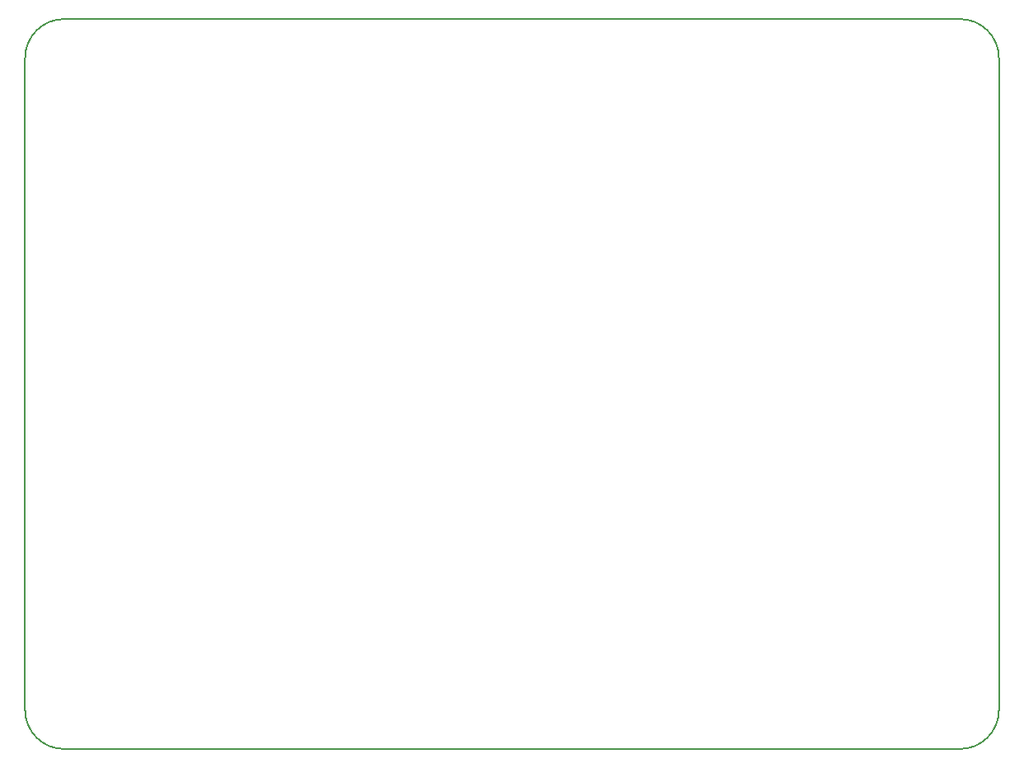
<source format=gbr>
G04 #@! TF.GenerationSoftware,KiCad,Pcbnew,5.0.2*
G04 #@! TF.CreationDate,2019-07-25T16:39:25-03:00*
G04 #@! TF.ProjectId,ShieldEduIfspSTM32,53686965-6c64-4456-9475-496673705354,rev?*
G04 #@! TF.SameCoordinates,Original*
G04 #@! TF.FileFunction,Profile,NP*
%FSLAX46Y46*%
G04 Gerber Fmt 4.6, Leading zero omitted, Abs format (unit mm)*
G04 Created by KiCad (PCBNEW 5.0.2) date qui 25 jul 2019 16:39:25 -03*
%MOMM*%
%LPD*%
G01*
G04 APERTURE LIST*
%ADD10C,0.150000*%
G04 APERTURE END LIST*
D10*
X108000000Y-116000000D02*
G75*
G02X104000000Y-112000000I0J4000000D01*
G01*
X104000000Y-45000000D02*
G75*
G02X108000000Y-41000000I4000000J0D01*
G01*
X200000000Y-41000000D02*
G75*
G02X204000000Y-45000000I0J-4000000D01*
G01*
X204000000Y-112000000D02*
G75*
G02X200000000Y-116000000I-4000000J0D01*
G01*
X104000000Y-45000000D02*
X104000000Y-112000000D01*
X200000000Y-41000000D02*
X108000000Y-41000000D01*
X204000000Y-112000000D02*
X204000000Y-45000000D01*
X108000000Y-116000000D02*
X200000000Y-116000000D01*
M02*

</source>
